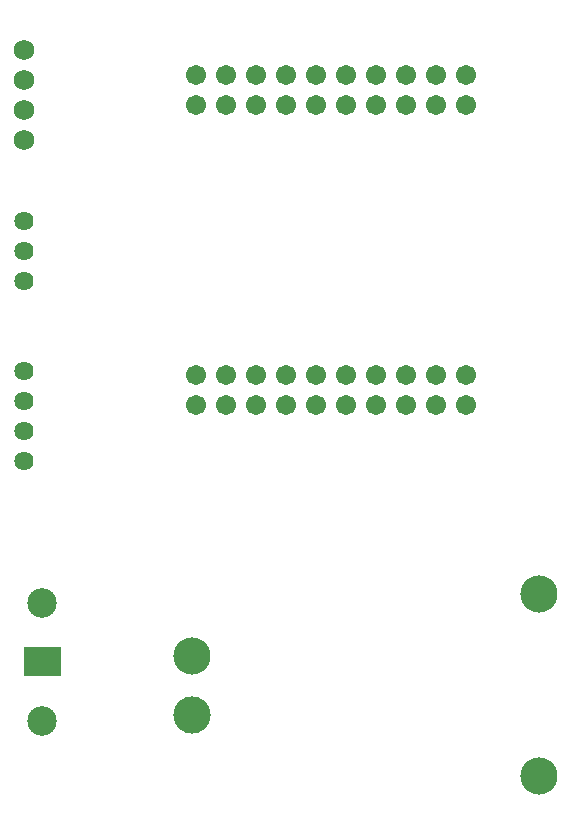
<source format=gts>
G04 Layer: TopSolderMaskLayer*
G04 EasyEDA v6.5.9, 2022-08-04 20:05:31*
G04 f7d3399ff3ef42be8c4f0a230c2b0d44,4bb84c5f6c124816bf94f4484d05adb3,10*
G04 Gerber Generator version 0.2*
G04 Scale: 100 percent, Rotated: No, Reflected: No *
G04 Dimensions in millimeters *
G04 leading zeros omitted , absolute positions ,4 integer and 5 decimal *
%FSLAX45Y45*%
%MOMM*%

%ADD10C,2.5016*%
%ADD11C,1.7112*%
%ADD12C,3.1496*%
%ADD13C,3.1516*%
%ADD14C,1.6256*%
%ADD15C,1.7272*%
%ADD16C,0.1000*%

%LPD*%
G36*
X1011301Y4649421D02*
G01*
X1009777Y4649675D01*
X1008253Y4650437D01*
X1007237Y4651453D01*
X1006475Y4652977D01*
X1006220Y4654501D01*
X1006347Y4654550D01*
X1006347Y4894579D01*
X1006220Y4894501D01*
X1006475Y4896025D01*
X1007237Y4897549D01*
X1008253Y4898565D01*
X1009777Y4899327D01*
X1011301Y4899581D01*
X1011428Y4899660D01*
X1311402Y4899660D01*
X1311300Y4899581D01*
X1312824Y4899327D01*
X1314348Y4898565D01*
X1315364Y4897549D01*
X1316126Y4896025D01*
X1316380Y4894501D01*
X1316481Y4894579D01*
X1316481Y4654550D01*
X1316380Y4654501D01*
X1316126Y4652977D01*
X1315364Y4651453D01*
X1314348Y4650437D01*
X1312824Y4649675D01*
X1311300Y4649421D01*
X1311402Y4649470D01*
X1011428Y4649470D01*
G37*
D10*
G01*
X1161313Y5274513D03*
G01*
X1161313Y4274489D03*
D11*
G01*
X2463800Y9740900D03*
G01*
X2463800Y9486900D03*
G01*
X2717800Y9740900D03*
G01*
X2717800Y9486900D03*
G01*
X2971800Y9740900D03*
G01*
X2971800Y9486900D03*
G01*
X3225800Y9740900D03*
G01*
X3225800Y9486900D03*
G01*
X3479800Y9740900D03*
G01*
X3479800Y9486900D03*
G01*
X3733800Y9740900D03*
G01*
X3733800Y9486900D03*
G01*
X3987800Y9740900D03*
G01*
X3987800Y9486900D03*
G01*
X4241800Y9740900D03*
G01*
X4241800Y9486900D03*
G01*
X4495800Y9740900D03*
G01*
X4495800Y9486900D03*
G01*
X4749800Y9740900D03*
G01*
X4749800Y9486900D03*
G01*
X2463800Y6946900D03*
G01*
X2463800Y7200900D03*
G01*
X2717800Y7200900D03*
G01*
X2971800Y7200900D03*
G01*
X3225800Y7200900D03*
G01*
X3479800Y7200900D03*
G01*
X3733800Y7200900D03*
G01*
X3987800Y7200900D03*
G01*
X4241800Y7200900D03*
G01*
X4495800Y7200900D03*
G01*
X4749800Y7200900D03*
G01*
X4749800Y6946900D03*
G01*
X4495800Y6946900D03*
G01*
X4241800Y6946900D03*
G01*
X3987800Y6946900D03*
G01*
X3733800Y6946900D03*
G01*
X3479800Y6946900D03*
G01*
X3225800Y6946900D03*
G01*
X2971800Y6946900D03*
G01*
X2717800Y6946900D03*
D12*
G01*
X5366258Y5345937D03*
G01*
X5366258Y3805936D03*
G01*
X2426208Y4825745D03*
D13*
G01*
X2426208Y4325873D03*
D14*
G01*
X1003300Y8509000D03*
G01*
X1003300Y8255000D03*
G01*
X1003300Y8001000D03*
D15*
G01*
X1003300Y9956800D03*
G01*
X1003300Y9702800D03*
G01*
X1003300Y9448800D03*
G01*
X1003300Y9194800D03*
D16*
G01*
X1003300Y10210800D03*
D14*
G01*
X1003300Y7239000D03*
G01*
X1003300Y6985000D03*
G01*
X1003300Y6731000D03*
G01*
X1003300Y6477000D03*
M02*

</source>
